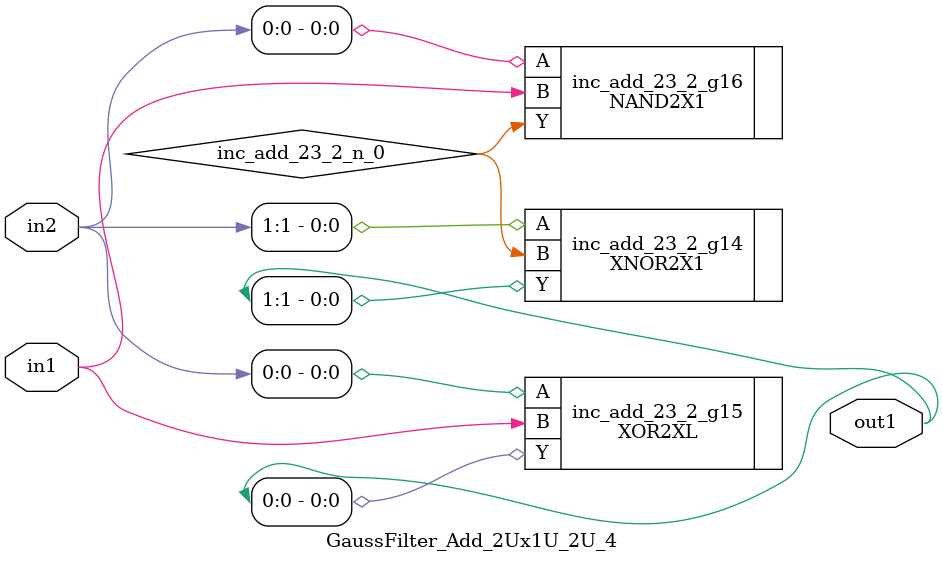
<source format=v>
`timescale 1ps / 1ps


module GaussFilter_Add_2Ux1U_2U_4(in2, in1, out1);
  input [1:0] in2;
  input in1;
  output [1:0] out1;
  wire [1:0] in2;
  wire in1;
  wire [1:0] out1;
  wire inc_add_23_2_n_0;
  XNOR2X1 inc_add_23_2_g14(.A (in2[1]), .B (inc_add_23_2_n_0), .Y
       (out1[1]));
  XOR2XL inc_add_23_2_g15(.A (in2[0]), .B (in1), .Y (out1[0]));
  NAND2X1 inc_add_23_2_g16(.A (in2[0]), .B (in1), .Y
       (inc_add_23_2_n_0));
endmodule



</source>
